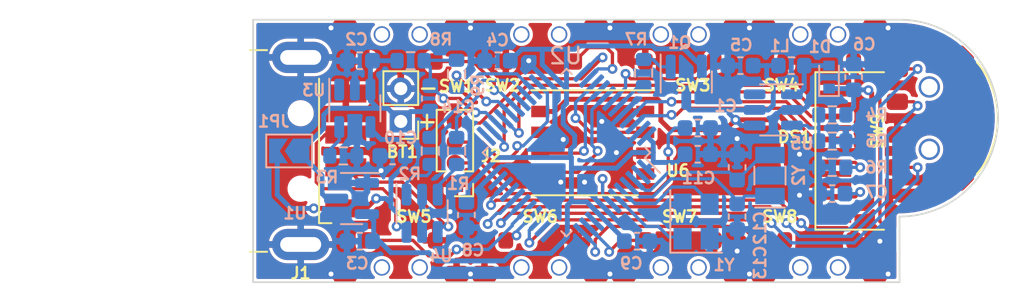
<source format=kicad_pcb>
(kicad_pcb (version 20211014) (generator pcbnew)
  (layers (0 "F.Cu" signal) (31 "B.Cu" signal) (34 "B.Paste" user) (35 "F.Paste" user) (36 "B.SilkS" user "B.Silkscreen") (37 "F.SilkS" user "F.Silkscreen") (38 "B.Mask" user) (39 "F.Mask" user) (44 "Edge.Cuts" user))
  (net 0 "")
  (net 1 "GND")
  (net 2 "+BATT")
  (net 3 "+3V0")
  (net 4 "+5V")
  (net 5 "VBUS")
  (net 6 "VPP")
  (net 7 "Net-(C7-Pad1)")
  (net 8 "Net-(D1-Pad2)")
  (net 9 "Net-(C12-Pad1)")
  (net 10 "Net-(R1-Pad1)")
  (net 11 "/USBS_N")
  (net 12 "Net-(R2-Pad1)")
  (net 13 "/USBS_P")
  (net 14 "Net-(R3-Pad1)")
  (net 15 "Net-(R4-Pad2)")
  (net 16 "Net-(DS1-Pad6)")
  (net 18 "Net-(C13-Pad1)")
  (net 20 "Net-(U2-Pad5)")
  (net 21 "Net-(U2-Pad6)")
  (net 26 "/OLED_RES")
  (net 27 "/OLED_DC")
  (net 28 "/SWCLK")
  (net 29 "/SWDIO")
  (net 30 "/SPI2_MOSI")
  (net 31 "/SPI2_CLK")
  (net 34 "/USB_N")
  (net 35 "/USB_P")
  (net 37 "Net-(Q1-Pad1)")
  (net 38 "/VBUS_EN")
  (net 39 "/SWITCH_1")
  (net 40 "/SWITCH_2")
  (net 41 "/SWITCH_3")
  (net 42 "/SWITCH_4")
  (net 43 "/SWITCH_5")
  (net 44 "/SWITCH_6")
  (net 45 "/SWITCH_7")
  (net 46 "/SWITCH_8")
  (net 47 "/JOY_CCW")
  (net 48 "/JOY_CW")
  (net 49 "/JOY_PUSH")
  (net 50 "/SPI1_CLK")
  (net 51 "/SPI1_MISO")
  (net 52 "/SPI1_MOSI")
  (net 55 "/BAT_ADC")
  (net 56 "/BAT_ADC_EN")
  (net 57 "/RST")
  (footprint "Button_Switch_SMD:TM-2023" (layer "F.Cu") (at 98.6125 120 -90)
    (fp_text reference "SW9")
    (fp_text value "TM-2023")
  )
  (footprint "Button_Switch_SMD:1TS002G26003500CT" (layer "F.Cu") (at 69 128.5)
    (fp_text reference "SW5")
    (fp_text value "SW_Push_with_GND")
  )
  (footprint "Button_Switch_SMD:1TS002G26003500CT" (layer "F.Cu") (at 77.5 128.5)
    (fp_text reference "SW6")
    (fp_text value "SW_Push_with_GND")
  )
  (footprint "Button_Switch_SMD:1TS002G26003500CT" (layer "F.Cu") (at 86 115.5 180)
    (fp_text reference "SW3")
    (fp_text value "SW_Push_with_GND")
  )
  (footprint "Connector_PinHeader_1.27mm:PinHeader_1x04_P1.27mm_Vertical" (layer "F.Cu") (at 72.3 124 180)
    (fp_text reference "J2")
    (fp_text value "Conn_01x04")
  )
  (footprint "Button_Switch_SMD:1TS002G26003500CT" (layer "F.Cu") (at 86 128.5)
    (fp_text reference "SW7")
    (fp_text value "SW_Push_with_GND")
  )
  (footprint "Button_Switch_SMD:1TS002G26003500CT" (layer "F.Cu") (at 94.5 128.5)
    (fp_text reference "SW8")
    (fp_text value "SW_Push_with_GND")
  )
  (footprint "Connector_USB:USB_A_CNCTech_1001-011-01101_Horizontal" (layer "F.Cu") (at 56 122 180)
    (fp_text reference "J1")
    (fp_text value "USB_A")
  )
  (footprint "Display:SH1107" (layer "F.Cu") (at 95.45 122 90)
    (fp_text reference "DS1")
    (fp_text value "SH1107")
  )
  (footprint "Button_Switch_SMD:1TS002G26003500CT" (layer "F.Cu") (at 69 115.5 180)
    (fp_text reference "SW1")
    (fp_text value "SW_Push_with_GND")
  )
  (footprint "Connector_PinHeader_2.00mm:PinHeader_1x02_P2.00mm_Vertical" (layer "F.Cu") (at 69 120.2 180)
    (fp_text reference "BT1")
    (fp_text value "LiPO")
  )
  (footprint "Button_Switch_SMD:1TS002G26003500CT" (layer "F.Cu") (at 77.5 115.5 180)
    (fp_text reference "SW2")
    (fp_text value "SW_Push_with_GND")
  )
  (footprint "Button_Switch_SMD:1TS002G26003500CT" (layer "F.Cu") (at 94.5 115.5 180)
    (fp_text reference "SW4")
    (fp_text value "SW_Push_with_GND")
  )
  (footprint "Package_LGA:LGA-8 (8x6)" (layer "F.Cu") (at 80.7 121.5 90)
    (fp_text reference "U6")
    (fp_text value "MKDV4GCL")
  )
  (footprint "Resistor_SMD:R_0603_1608Metric" (layer "B.Cu") (at 95.3 119.8 180)
    (fp_text reference "R4")
    (fp_text value "100K")
  )
  (footprint "Jumper:SolderJumper-2_P1.3mm_Open_TrianglePad1.0x1.5mm" (layer "B.Cu") (at 62.2 122 180)
    (fp_text reference "JP1")
    (fp_text value "SolderJumper_2_Open")
  )
  (footprint "Capacitor_SMD:C_0603_1608Metric" (layer "B.Cu") (at 89.7 116.8 180)
    (fp_text reference "C5")
    (fp_text value "10uF")
  )
  (footprint "Resistor_SMD:R_0603_1608Metric" (layer "B.Cu") (at 69.6 116.5 180)
    (fp_text reference "R8")
    (fp_text value "470K")
  )
  (footprint "Package_QFP:LQFP-48_7x7mm_P0.5mm" (layer "B.Cu") (at 79.1 122.1 135)
    (fp_text reference "U2")
    (fp_text value "STM32L151C8Tx")
  )
  (footprint "Capacitor_SMD:C_0603_1608Metric" (layer "B.Cu") (at 89.5 126 -90)
    (fp_text reference "C13")
    (fp_text value "22pF")
  )
  (footprint "Resistor_SMD:R_0603_1608Metric" (layer "B.Cu") (at 65.5 122.3)
    (fp_text reference "R3")
    (fp_text value "10K")
  )
  (footprint "Capacitor_SMD:C_0603_1608Metric" (layer "B.Cu") (at 74.9 116.5)
    (fp_text reference "C4")
    (fp_text value "100nF")
  )
  (footprint "Package_TO_SOT_SMD:SOT-23" (layer "B.Cu") (at 86.4 117.8 -90)
    (fp_text reference "Q1")
    (fp_text value "AO3401A")
  )
  (footprint "Capacitor_SMD:C_0603_1608Metric" (layer "B.Cu") (at 89.5 123 90)
    (fp_text reference "C12")
    (fp_text value "22pF")
  )
  (footprint "Resistor_SMD:R_0603_1608Metric" (layer "B.Cu") (at 70.8 122 -90)
    (fp_text reference "R2")
    (fp_text value "22R")
  )
  (footprint "Package_TO_SOT_SMD:SOT-23" (layer "B.Cu") (at 66 124.9 180)
    (fp_text reference "U1")
    (fp_text value "MCP1700")
  )
  (footprint "Capacitor_SMD:C_0603_1608Metric" (layer "B.Cu") (at 73 125.9 90)
    (fp_text reference "C8")
    (fp_text value "100nF")
  )
  (footprint "Capacitor_SMD:C_0603_1608Metric" (layer "B.Cu") (at 96.6 117.5 90)
    (fp_text reference "C6")
    (fp_text value "10uF")
  )
  (footprint "Resistor_SMD:R_0603_1608Metric" (layer "B.Cu") (at 72.4 122 -90)
    (fp_text reference "R1")
    (fp_text value "22R")
  )
  (footprint "Package_TO_SOT_SMD:TSOT-23-5" (layer "B.Cu") (at 66.2 119.4 -90)
    (fp_text reference "U3")
    (fp_text value "TP4054")
  )
  (footprint "Capacitor_SMD:C_0603_1608Metric" (layer "B.Cu") (at 70.8 118.8 -90)
    (fp_text reference "C14")
    (fp_text value "10uF")
  )
  (footprint "Package_TO_SOT_SMD:SOT-23-6" (layer "B.Cu") (at 91.7 119.5 180)
    (fp_text reference "U5")
    (fp_text value "MT3540")
  )
  (footprint "Package_TO_SOT_SMD:SOT-23-6" (layer "B.Cu") (at 70.3 125.8 -90)
    (fp_text reference "U4")
    (fp_text value "USBLC6")
  )
  (footprint "Capacitor_SMD:C_0603_1608Metric" (layer "B.Cu") (at 68.5 122.3 180)
    (fp_text reference "C10")
    (fp_text value "10uF")
  )
  (footprint "Capacitor_SMD:C_0603_1608Metric" (layer "B.Cu") (at 66.5 127.5 180)
    (fp_text reference "C3")
    (fp_text value "10uF")
  )
  (footprint "Oscillator:Oscillator_SMD_Abracon_ASE-4Pin_3.2x2.5mm" (layer "B.Cu") (at 87 126.3 90)
    (fp_text reference "Y1")
    (fp_text value "16 MHz")
  )
  (footprint "Capacitor_SMD:C_0603_1608Metric" (layer "B.Cu") (at 66.5 116.5 180)
    (fp_text reference "C2")
    (fp_text value "10uF")
  )
  (footprint "Inductor_SMD:L_0603_1608Metric" (layer "B.Cu") (at 92.8 116.8)
    (fp_text reference "L1")
    (fp_text value "4,7uH")
  )
  (footprint "Resistor_SMD:R_0603_1608Metric" (layer "B.Cu") (at 83.8 117.25 90)
    (fp_text reference "R7")
    (fp_text value "10K")
  )
  (footprint "Resistor_SMD:R_0603_1608Metric" (layer "B.Cu") (at 95.3 123)
    (fp_text reference "R6")
    (fp_text value "470K")
  )
  (footprint "Capacitor_SMD:C_0603_1608Metric" (layer "B.Cu") (at 83.4 127.5 180)
    (fp_text reference "C9")
    (fp_text value "100nF")
  )
  (footprint "Capacitor_SMD:C_0603_1608Metric" (layer "B.Cu") (at 95.3 124.6 180)
    (fp_text reference "C7")
    (fp_text value "10uF")
  )
  (footprint "Capacitor_SMD:C_0603_1608Metric" (layer "B.Cu") (at 87.1 120.6 180)
    (fp_text reference "C1")
    (fp_text value "100nF")
  )
  (footprint "Crystal:Crystal_SMD_EuroQuartz_EQ161-2Pin_3.2x1.5mm" (layer "B.Cu") (at 91.5 123.5 90)
    (fp_text reference "Y2")
    (fp_text value "32,7 kHz")
  )
  (footprint "Resistor_SMD:R_0603_1608Metric" (layer "B.Cu") (at 95.3 121.4)
    (fp_text reference "R5")
    (fp_text value "10K")
  )
  (footprint "Capacitor_SMD:C_0603_1608Metric" (layer "B.Cu") (at 87.1 122.2 180)
    (fp_text reference "C11")
    (fp_text value "100nF")
  )
  (footprint "Resistor_SMD:R_0603_1608Metric" (layer "B.Cu") (at 72.4 117.3 90)
    (fp_text reference "R9")
    (fp_text value "470K")
  )
  (footprint "Diode_SMD:D_SOD-523" (layer "B.Cu") (at 95.1 117.5 90)
    (fp_text reference "D1")
    (fp_text value "1N4148WT")
  )
  (gr_line (start 70.6 119.8) (end 70.6 120.65) (layer "F.SilkS") (width 0.15))
  (gr_line (start 70.3 118.2) (end 71.05 118.2) (layer "F.SilkS") (width 0.15))
  (gr_line (start 70.25 120.25) (end 71 120.25) (layer "F.SilkS") (width 0.15))
  (gr_line (start 60 130) (end 60 114) (layer "Edge.Cuts") (width 0.1))
  (gr_line (start 60 114) (end 99.4 114) (layer "Edge.Cuts") (width 0.1))
  (gr_line (start 99.4 130) (end 60 130) (layer "Edge.Cuts") (width 0.1))
  (gr_line (start 99.4 126) (end 99.4 130) (layer "Edge.Cuts") (width 0.1))
  (gr_arc (start 99.4 114) (mid 105.4 120) (end 99.4 126) (layer "Edge.Cuts") (width 0.1))
  (via (at 73.25 114.5) (size 0.6) (drill 0.3) (layers "F.Cu" "B.Cu") (net 1))
  (via (at 78.7505 123.9) (size 0.6) (drill 0.3) (layers "F.Cu" "B.Cu") (net 1))
  (via (at 89.5 128.1) (size 0.6) (drill 0.3) (layers "F.Cu" "B.Cu") (net 1))
  (via (at 67.8 123.2) (size 0.6) (drill 0.3) (layers "F.Cu" "B.Cu") (net 1))
  (via (at 80.2 123.9) (size 0.6) (drill 0.3) (layers "F.Cu" "B.Cu") (net 1))
  (via (at 82.140734 122.1) (size 0.6) (drill 0.3) (layers "F.Cu" "B.Cu") (net 1))
  (via (at 81.2495 120.2) (size 0.6) (drill 0.3) (layers "F.Cu" "B.Cu") (net 1))
  (via (at 72 125.7) (size 0.6) (drill 0.3) (layers "F.Cu" "B.Cu") (net 1))
  (via (at 64.75 114.5) (size 0.6) (drill 0.3) (layers "F.Cu" "B.Cu") (net 1))
  (via (at 98.7 129.5) (size 0.6) (drill 0.3) (layers "F.Cu" "B.Cu") (net 1))
  (via (at 93.3 124.7) (size 0.6) (drill 0.3) (layers "F.Cu" "B.Cu") (net 1))
  (via (at 98.7 114.5) (size 0.6) (drill 0.3) (layers "F.Cu" "B.Cu") (net 1))
  (via (at 81.75 114.5) (size 0.6) (drill 0.3) (layers "F.Cu" "B.Cu") (net 1))
  (via (at 73.25 129.5) (size 0.6) (drill 0.3) (layers "F.Cu" "B.Cu") (net 1))
  (via (at 98.2 127.5) (size 0.6) (drill 0.3) (layers "F.Cu" "B.Cu") (net 1))
  (via (at 78.9 121.3) (size 0.6) (drill 0.3) (layers "F.Cu" "B.Cu") (net 1))
  (via (at 90.25 114.5) (size 0.6) (drill 0.3) (layers "F.Cu" "B.Cu") (net 1))
  (via (at 81.75 129.5) (size 0.6) (drill 0.3) (layers "F.Cu" "B.Cu") (net 1))
  (via (at 93.3 122.2) (size 0.6) (drill 0.3) (layers "F.Cu" "B.Cu") (net 1))
  (via (at 64.75 129.5) (size 0.6) (drill 0.3) (layers "F.Cu" "B.Cu") (net 1))
  (via (at 90.25 129.5) (size 0.6) (drill 0.3) (layers "F.Cu" "B.Cu") (net 1))
  (via (at 89.5 121.25) (size 0.6) (drill 0.3) (layers "F.Cu" "B.Cu") (net 1))
  (via (at 76.8 116.5) (size 0.6) (drill 0.3) (layers "F.Cu" "B.Cu") (net 1))
  (segment (start 74.565678 123.451662) (end 75.11734 122.9) (width 0.2) (layer "B.Cu") (net 1))
  (segment (start 94.5 117.5) (end 95.749022 117.5) (width 0.3) (layer "B.Cu") (net 1))
  (segment (start 91.6 120.1) (end 91.6 120.9) (width 0.3) (layer "B.Cu") (net 1))
  (segment (start 91.6 120.9) (end 91.25 121.25) (width 0.3) (layer "B.Cu") (net 1))
  (segment (start 91.25 121.25) (end 89.5 121.25) (width 0.3) (layer "B.Cu") (net 1))
  (segment (start 75.11734 122.9) (end 77.7505 122.9) (width 0.2) (layer "B.Cu") (net 1))
  (segment (start 93.522862 119.5) (end 94.1 118.922862) (width 0.3) (layer "B.Cu") (net 1))
  (segment (start 77.7505 122.9) (end 78.7505 123.9) (width 0.2) (layer "B.Cu") (net 1))
  (segment (start 95.749022 117.5) (end 95.8 117.449022) (width 0.3) (layer "B.Cu") (net 1))
  (segment (start 92.2 119.5) (end 91.6 120.1) (width 0.3) (layer "B.Cu") (net 1))
  (segment (start 74.565678 123.452342) (end 74.565678 123.451662) (width 0.3) (layer "B.Cu") (net 1))
  (segment (start 95.8 117.449022) (end 95.8 116.9) (width 0.3) (layer "B.Cu") (net 1))
  (segment (start 94.1 117.9) (end 94.5 117.5) (width 0.3) (layer "B.Cu") (net 1))
  (segment (start 92.8375 119.5) (end 92.2 119.5) (width 0.3) (layer "B.Cu") (net 1))
  (segment (start 95.975 116.725) (end 96.6 116.725) (width 0.3) (layer "B.Cu") (net 1))
  (segment (start 95.8 116.9) (end 95.975 116.725) (width 0.3) (layer "B.Cu") (net 1))
  (segment (start 94.1 118.922862) (end 94.1 117.9) (width 0.3) (layer "B.Cu") (net 1))
  (segment (start 92.8375 119.5) (end 93.522862 119.5) (width 0.3) (layer "B.Cu") (net 1))
  (segment (start 64.7 119.4) (end 67.6 119.4) (width 0.3) (layer "B.Cu") (net 2))
  (segment (start 67.15 118.2625) (end 67.15 116.625) (width 0.3) (layer "B.Cu") (net 2))
  (segment (start 62.925 122) (end 62.925 122.225) (width 0.3) (layer "B.Cu") (net 2))
  (segment (start 68.2 119.4) (end 67.6 119.4) (width 0.3) (layer "B.Cu") (net 2))
  (segment (start 70.775 119.6) (end 70.8 119.575) (width 0.3) (layer "B.Cu") (net 2))
  (segment (start 64.3 119.8) (end 64.7 119.4) (width 0.3) (layer "B.Cu") (net 2))
  (segment (start 67.6 119.4) (end 67.15 118.95) (width 0.3) (layer "B.Cu") (net 2))
  (segment (start 64.2 124.6) (end 64.5 124.9) (width 0.3) (layer "B.Cu") (net 2))
  (segment (start 67.275 116.5) (end 68.775 116.5) (width 0.3) (layer "B.Cu") (net 2))
  (segment (start 69 120.2) (end 69.6 119.6) (width 0.3) (layer "B.Cu") (net 2))
  (segment (start 62.925 122) (end 64.3 120.625) (width 0.3) (layer "B.Cu") (net 2))
  (segment (start 64.2 123.5) (end 64.2 124.6) (width 0.3) (layer "B.Cu") (net 2))
  (segment (start 64.5 124.9) (end 65.0625 124.9) (width 0.3) (layer "B.Cu") (net 2))
  (segment (start 67.15 116.625) (end 67.275 116.5) (width 0.3) (layer "B.Cu") (net 2))
  (segment (start 64.3 120.625) (end 64.3 119.8) (width 0.3) (layer "B.Cu") (net 2))
  (segment (start 69.6 119.6) (end 70.775 119.6) (width 0.3) (layer "B.Cu") (net 2))
  (segment (start 67.15 118.95) (end 67.15 118.2625) (width 0.3) (layer "B.Cu") (net 2))
  (segment (start 69 120.2) (end 68.2 119.4) (width 0.3) (layer "B.Cu") (net 2))
  (segment (start 62.925 122.225) (end 64.2 123.5) (width 0.3) (layer "B.Cu") (net 2))
  (segment (start 79.8 115.6) (end 84.35 115.6) (width 0.3) (layer "B.Cu") (net 3))
  (segment (start 67.35 126.2625) (end 67.35 127.425) (width 0.3) (layer "B.Cu") (net 3))
  (segment (start 71.2 128.7) (end 75.3 128.7) (width 0.3) (layer "B.Cu") (net 3))
  (segment (start 68.4 128.2) (end 70.7 128.2) (width 0.3) (layer "B.Cu") (net 3))
  (segment (start 70.7 128.2) (end 71.2 128.7) (width 0.3) (layer "B.Cu") (net 3))
  (segment (start 67.275 127.5) (end 67.7 127.5) (width 0.3) (layer "B.Cu") (net 3))
  (segment (start 86.325 122.2) (end 85.825 122.7) (width 0.3) (layer "B.Cu") (net 3))
  (segment (start 77.6 115.8) (end 79.1 115.8) (width 0.3) (layer "B.Cu") (net 3))
  (segment (start 79.1 118.210912) (end 79.1 115.8) (width 0.3) (layer "B.Cu") (net 3))
  (segment (start 79.6 121.05) (end 79.6 121.64557) (width 0.3) (layer "B.Cu") (net 3))
  (segment (start 75.3 128.7) (end 75.8 128.2) (width 0.3) (layer "B.Cu") (net 3))
  (segment (start 84.386664 122.7) (end 83.987876 123.098788) (width 0.3) (layer "B.Cu") (net 3))
  (segment (start 79.6 121.64557) (end 79.35 121.89557) (width 0.3) (layer "B.Cu") (net 3))
  (segment (start 84.386664 121.5) (end 83.987876 121.101212) (width 0.3) (layer "B.Cu") (net 3))
  (segment (start 66.9375 125.85) (end 67.35 126.2625) (width 0.3) (layer "B.Cu") (net 3))
  (segment (start 76.522657 128.2) (end 76.565374 128.242717) (width 0.3) (layer "B.Cu") (net 3))
  (segment (start 78.100532 117.212124) (end 77.62452 116.736112) (width 0.3) (layer "B.Cu") (net 3))
  (segment (start 84.52548 115.77548) (end 86.26298 115.77548) (width 0.3) (layer "B.Cu") (net 3))
  (segment (start 82.625 127.392766) (end 82.625 127.5) (width 0.3) (layer "B.Cu") (net 3))
  (segment (start 81.159449 125.927215) (end 82.625 127.392766) (width 0.3) (layer "B.Cu") (net 3))
  (segment (start 82.150489 123.049511) (end 79.4 123.049511) (width 0.3) (layer "B.Cu") (net 3))
  (segment (start 79.152778 125.314988) (end 79.4 125.067766) (width 0.3) (layer "B.Cu") (net 3))
  (segment (start 77.62452 116.736112) (end 77.62452 115.82452) (width 0.3) (layer "B.Cu") (net 3))
  (segment (start 84.386664 122.086664) (end 84.386664 121.5) (width 0.3) (layer "B.Cu") (net 3))
  (segment (start 79.1 115.8) (end 79.6 115.8) (width 0.3) (layer "B.Cu") (net 3))
  (segment (start 79.6 115.8) (end 79.8 115.6) (width 0.3) (layer "B.Cu") (net 3))
  (segment (start 73.1 124.210912) (end 73.1 125.325) (width 0.3) (layer "B.Cu") (net 3))
  (segment (start 84.35 115.6) (end 84.52548 115.77548) (width 0.3) (layer "B.Cu") (net 3))
  (segment (start 79.152778 127.247222) (end 79.152778 125.314988) (width 0.3) (layer "B.Cu") (net 3))
  (segment (start 83.1 122.1) (end 82.150489 123.049511) (width 0.3) (layer "B.Cu") (net 3))
  (segment (start 79.1 118.210912) (end 79.1 119.1) (width 0.3) (layer "B.Cu") (net 3))
  (segment (start 79.3 122.4) (end 74.9 122.4) (width 0.3) (layer "B.Cu") (net 3))
  (segment (start 85.825 122.7) (end 84.386664 122.7) (width 0.3) (layer "B.Cu") (net 3))
  (segment (start 78.9 119.3) (end 78.9 120.35) (width 0.3) (layer "B.Cu") (net 3))
  (segment (start 79.35 122.35) (end 79.3 122.4) (width 0.3) (layer "B.Cu") (net 3))
  (segment (start 74.212124 123.087876) (end 74.212124 123.098788) (width 0.3) (layer "B.Cu") (net 3))
  (segment (start 84.386664 122.7) (end 84.386664 122.086664) (width 0.3) (layer "B.Cu") (net 3))
  (segment (start 67.35 127.425) (end 67.275 127.5) (width 0.3) (layer "B.Cu") (net 3))
  (segment (start 75.675 116.5) (end 76.375 115.8) (width 0.3) (layer "B.Cu") (net 3))
  (segment (start 74.9 122.4) (end 74.212124 123.087876) (width 0.3) (layer "B.Cu") (net 3))
  (segment (start 78.9 120.35) (end 79.6 121.05) (width 0.3) (layer "B.Cu") (net 3))
  (segment (start 76.565374 128.242717) (end 78.157283 128.242717) (width 0.3) (layer "B.Cu") (net 3))
  (segment (start 74.212124 123.098788) (end 73.1 124.210912) (width 0.3) (layer "B.Cu") (net 3))
  (segment (start 79.4 125.067766) (end 79.4 122.4) (width 0.3) (layer "B.Cu") (net 3))
  (segment (start 75.8 128.2) (end 76.522657 128.2) (width 0.3) (layer "B.Cu") (net 3))
  (segment (start 79.1 119.1) (end 78.9 119.3) (width 0.3) (layer "B.Cu") (net 3))
  (segment (start 78.101212 117.212124) (end 79.1 118.210912) (width 0.3) (layer "B.Cu") (net 3))
  (segment (start 78.101212 117.212124) (end 78.100532 117.212124) (width 0.3) (layer "B.Cu") (net 3))
  (segment (start 83.1 122.1) (end 84.373328 122.1) (width 0.3) (layer "B.Cu") (net 3))
  (segment (start 84.373328 122.1) (end 84.386664 122.086664) (width 0.3) (layer "B.Cu") (net 3))
  (segment (start 77.62452 115.82452) (end 77.6 115.8) (width 0.3) (layer "B.Cu") (net 3))
  (segment (start 86.26298 115.77548) (end 87.35 116.8625) (width 0.3) (layer "B.Cu") (net 3))
  (segment (start 78.157283 128.242717) (end 79.152778 127.247222) (width 0.3) (layer "B.Cu") (net 3))
  (segment (start 79.152778 125.314988) (end 79.367766 125.1) (width 0.3) (layer "B.Cu") (net 3))
  (segment (start 76.375 115.8) (end 77.6 115.8) (width 0.3) (layer "B.Cu") (net 3))
  (segment (start 79.4 122.4) (end 79.35 122.35) (width 0.3) (layer "B.Cu") (net 3))
  (segment (start 80.332234 125.1) (end 81.159449 125.927215) (width 0.3) (layer "B.Cu") (net 3))
  (segment (start 67.7 127.5) (end 68.4 128.2) (width 0.3) (layer "B.Cu") (net 3))
  (segment (start 79.367766 125.1) (end 80.332234 125.1) (width 0.3) (layer "B.Cu") (net 3))
  (segment (start 79.35 121.89557) (end 79.35 122.35) (width 0.3) (layer "B.Cu") (net 3))
  (segment (start 65.65 125.5) (end 66.9 125.5) (width 0.3) (layer "F.Cu") (net 4))
  (segment (start 65.65 125.5) (end 63.7 125.5) (width 0.3) (layer "F.Cu") (net 4))
  (segment (start 66.9 125.5) (end 67.5 124.9) (width 0.3) (layer "F.Cu") (net 4))
  (via (at 63.7 125.5) (size 0.6) (drill 0.3) (layers "F.Cu" "B.Cu") (net 4))
  (via (at 67.5 124.9) (size 0.6) (drill 0.3) (layers "F.Cu" "B.Cu") (net 4))
  (segment (start 70.3 126.9375) (end 70.3 126.3) (width 0.3) (layer "B.Cu") (net 4))
  (segment (start 67.15 120.65) (end 67.8 121.3) (width 0.3) (layer "B.Cu") (net 4))
  (segment (start 69.8 125.8) (end 68.8 125.8) (width 0.3) (layer "B.Cu") (net 4))
  (segment (start 68.4 125.2) (end 68.4 123.7) (width 0.3) (layer "B.Cu") (net 4))
  (segment (start 67.15 120.5375) (end 67.15 120.65) (width 0.3) (layer "B.Cu") (net 4))
  (segment (start 68.4 125.4) (end 68.4 125.2) (width 0.3) (layer "B.Cu") (net 4))
  (segment (start 68.4 123.7) (end 69.275 122.825) (width 0.3) (layer "B.Cu") (net 4))
  (segment (start 69.275 122.825) (end 69.275 122.3) (width 0.3) (layer "B.Cu") (net 4))
  (segment (start 67.8 121.3) (end 68.8 121.3) (width 0.3) (layer "B.Cu") (net 4))
  (segment (start 68.8 121.3) (end 69.275 121.775) (width 0.3) (layer "B.Cu") (net 4))
  (segment (start 70.3 126.3) (end 69.8 125.8) (width 0.3) (layer "B.Cu") (net 4))
  (segment (start 68.8 125.8) (end 68.4 125.4) (width 0.3) (layer "B.Cu") (net 4))
  (segment (start 61.475 124.675) (end 62.3 125.5) (width 0.3) (layer "B.Cu") (net 4))
  (segment (start 68.4 125.2) (end 68.1 124.9) (width 0.3) (layer "B.Cu") (net 4))
  (segment (start 69.275 121.775) (end 69.275 122.3) (width 0.3) (layer "B.Cu") (net 4))
  (segment (start 62.3 125.5) (end 63.7 125.5) (width 0.3) (layer "B.Cu") (net 4))
  (segment (start 68.1 124.9) (end 67.5 124.9) (width 0.3) (layer "B.Cu") (net 4))
  (segment (start 61.475 122) (end 61.475 124.675) (width 0.3) (layer "B.Cu") (net 4))
  (segment (start 84.850489 120.150489) (end 84.850489 119.050489) (width 0.3) (layer "F.Cu") (net 5))
  (segment (start 92.5 121) (end 92.5 122.8) (width 0.3) (layer "F.Cu") (net 5))
  (segment (start 92.5 122.8) (end 93.8 124.1) (width 0.3) (layer "F.Cu") (net 5))
  (segment (start 84.850489 119.050489) (end 84.64952 118.84952) (width 0.3) (layer "F.Cu") (net 5))
  (segment (start 88.8 120.7) (end 85.4 120.7) (width 0.3) (layer "F.Cu") (net 5))
  (segment (start 89.4 120.1) (end 91.6 120.1) (width 0.3) (layer "F.Cu") (net 5))
  (segment (start 79.144052 118.84952) (end 78.398572 119.595) (width 0.3) (layer "F.Cu") (net 5))
  (segment (start 91.6 120.1) (end 92.5 121) (width 0.3) (layer "F.Cu") (net 5))
  (segment (start 93.8 124.1) (end 95.45 124.1) (width 0.3) (layer "F.Cu") (net 5))
  (segment (start 78.398572 119.595) (end 77.1 119.595) (width 0.3) (layer "F.Cu") (net 5))
  (segment (start 89.4 120.1) (end 88.8 120.7) (width 0.3) (layer "F.Cu") (net 5))
  (segment (start 85.4 120.7) (end 84.850489 120.150489) (width 0.3) (layer "F.Cu") (net 5))
  (segment (start 84.64952 118.84952) (end 79.144052 118.84952) (width 0.3) (layer "F.Cu") (net 5))
  (via (at 89.4 120.1) (size 0.6) (drill 0.3) (layers "F.Cu" "B.Cu") (net 5))
  (segment (start 91.3 116.8) (end 92.0125 116.8) (width 0.3) (layer "B.Cu") (net 5))
  (segment (start 86.4 119.3) (end 86.6 119.5) (width 0.3) (layer "B.Cu") (net 5))
  (segment (start 91.7 117.9) (end 91.7 119.2) (width 0.3) (layer "B.Cu") (net 5))
  (segment (start 90.5625 120.45) (end 89.75 120.45) (width 0.3) (layer "B.Cu") (net 5))
  (segment (start 89.75 120.45) (end 89 119.7) (width 0.3) (layer "B.Cu") (net 5))
  (segment (start 86.6 119.5) (end 90.5625 119.5) (width 0.3) (layer "B.Cu") (net 5))
  (segment (start 91.7 119.2) (end 91.4 119.5) (width 0.3) (layer "B.Cu") (net 5))
  (segment (start 91.3 116.8) (end 91.3 117.5) (width 0.3) (layer "B.Cu") (net 5))
  (segment (start 91.3 117.5) (end 91.7 117.9) (width 0.3) (layer "B.Cu") (net 5))
  (segment (start 91.4 119.5) (end 90.5625 119.5) (width 0.3) (layer "B.Cu") (net 5))
  (segment (start 90.475 116.8) (end 91.3 116.8) (width 0.3) (layer "B.Cu") (net 5))
  (segment (start 86.4 118.7375) (end 86.4 119.3) (width 0.3) (layer "B.Cu") (net 5))
  (segment (start 97.5 118.3) (end 97.7 118.5) (width 0.3) (layer "F.Cu") (net 6))
  (segment (start 97.3 125.5) (end 95.45 125.5) (width 0.3) (layer "F.Cu") (net 6))
  (segment (start 97.7 118.5) (end 97.7 125.1) (width 0.3) (layer "F.Cu") (net 6))
  (segment (start 97.7 125.1) (end 97.3 125.5) (width 0.3) (layer "F.Cu") (net 6))
  (via (at 97.5 118.3) (size 0.6) (drill 0.3) (layers "F.Cu" "B.Cu") (net 6))
  (segment (start 95.1 118.2) (end 96.525 118.2) (width 0.3) (layer "B.Cu") (net 6))
  (segment (start 96.6 119.325) (end 96.125 119.8) (width 0.3) (layer "B.Cu") (net 6))
  (segment (start 96.6 118.275) (end 96.6 119.325) (width 0.3) (layer "B.Cu") (net 6))
  (segment (start 96.525 118.2) (end 96.6 118.275) (width 0.3) (layer "B.Cu") (net 6))
  (segment (start 97.475 118.275) (end 96.6 118.275) (width 0.3) (layer "B.Cu") (net 6))
  (segment (start 97.5 118.3) (end 97.475 118.275) (width 0.3) (layer "B.Cu") (net 6))
  (segment (start 97 124.5) (end 96.7 124.8) (width 0.2) (layer "F.Cu") (net 7))
  (segment (start 96.7 124.8) (end 95.45 124.8) (width 0.2) (layer "F.Cu") (net 7))
  (via (at 97 124.5) (size 0.6) (drill 0.3) (layers "F.Cu" "B.Cu") (net 7))
  (segment (start 97 124.5) (end 96.9 124.6) (width 0.2) (layer "B.Cu") (net 7))
  (segment (start 96.9 124.6) (end 96.075 124.6) (width 0.2) (layer "B.Cu") (net 7))
  (segment (start 93.5875 118.2125) (end 93.25 118.55) (width 0.3) (layer "B.Cu") (net 8))
  (segment (start 93.5875 116.8) (end 95.1 116.8) (width 0.3) (layer "B.Cu") (net 8))
  (segment (start 93.5875 116.8) (end 93.5875 118.2125) (width 0.3) (layer "B.Cu") (net 8))
  (segment (start 93.25 118.55) (end 92.8375 118.55) (width 0.3) (layer "B.Cu") (net 8))
  (segment (start 91.025 122.25) (end 89.5 123.775) (width 0.2) (layer "B.Cu") (net 9))
  (segment (start 91.5 122.25) (end 91.025 122.25) (width 0.2) (layer "B.Cu") (net 9))
  (segment (start 85.30048 123.3) (end 84.20048 124.4) (width 0.2) (layer "B.Cu") (net 9))
  (segment (start 89.025 123.3) (end 85.30048 123.3) (width 0.2) (layer "B.Cu") (net 9))
  (segment (start 84.20048 124.4) (end 83.9 124.4) (width 0.2) (layer "B.Cu") (net 9))
  (segment (start 89.5 123.775) (end 89.025 123.3) (width 0.2) (layer "B.Cu") (net 9))
  (segment (start 83.305895 123.805895) (end 83.280769 123.805895) (width 0.2) (layer "B.Cu") (net 9))
  (segment (start 83.9 124.4) (end 83.305895 123.805895) (width 0.2) (layer "B.Cu") (net 9))
  (segment (start 75.76066 117.7) (end 76.686998 118.626338) (width 0.2) (layer "B.Cu") (net 10))
  (segment (start 72.4 121.175) (end 72.4 119.965006) (width 0.2) (layer "B.Cu") (net 10))
  (segment (start 72.4 119.965006) (end 73.69952 118.665486) (width 0.2) (layer "B.Cu") (net 10))
  (segment (start 74 117.7) (end 75.76066 117.7) (width 0.2) (layer "B.Cu") (net 10))
  (segment (start 73.69952 118.00048) (end 74 117.7) (width 0.2) (layer "B.Cu") (net 10))
  (segment (start 73.69952 118.665486) (end 73.69952 118.00048) (width 0.2) (layer "B.Cu") (net 10))
  (segment (start 71.25 124.15) (end 72.4 123) (width 0.2) (layer "B.Cu") (net 11))
  (segment (start 71.25 124.6625) (end 71.25 124.15) (width 0.2) (layer "B.Cu") (net 11))
  (segment (start 72.4 123) (end 72.4 122.825) (width 0.2) (layer "B.Cu") (net 11))
  (segment (start 70.8 121.175) (end 70.8 121) (width 0.2) (layer "B.Cu") (net 12))
  (segment (start 73.3 118.5) (end 73.3 117.8) (width 0.2) (layer "B.Cu") (net 12))
  (segment (start 73.3 117.8) (end 73.8 117.3) (width 0.2) (layer "B.Cu") (net 12))
  (segment (start 70.8 121) (end 73.3 118.5) (width 0.2) (layer "B.Cu") (net 12))
  (segment (start 73.8 117.3) (end 76.067766 117.3) (width 0.2) (layer "B.Cu") (net 12))
  (segment (start 76.067766 117.3) (end 77.040551 118.272785) (width 0.2) (layer "B.Cu") (net 12))
  (segment (start 70.6 123.5) (end 70.8 123.3) (width 0.2) (layer "B.Cu") (net 13))
  (segment (start 69.8 123.5) (end 70.6 123.5) (width 0.2) (layer "B.Cu") (net 13))
  (segment (start 69.35 123.95) (end 69.8 123.5) (width 0.2) (layer "B.Cu") (net 13))
  (segment (start 70.8 123.3) (end 70.8 122.825) (width 0.2) (layer "B.Cu") (net 13))
  (segment (start 69.35 124.6625) (end 69.35 123.95) (width 0.2) (layer "B.Cu") (net 13))
  (segment (start 65.25 121.35) (end 65.25 120.5375) (width 0.2) (layer "B.Cu") (net 14))
  (segment (start 64.675 122.3) (end 64.675 121.925) (width 0.2) (layer "B.Cu") (net 14))
  (segment (start 64.675 121.925) (end 65.25 121.35) (width 0.2) (layer "B.Cu") (net 14))
  (segment (start 93.75 120.45) (end 93.9 120.6) (width 0.2) (layer "B.Cu") (net 15))
  (segment (start 94.475 121.4) (end 94.475 120.625) (width 0.2) (layer "B.Cu") (net 15))
  (segment (start 92.8375 120.45) (end 93.75 120.45) (width 0.2) (layer "B.Cu") (net 15))
  (segment (start 93.9 120.6) (end 94.4 120.6) (width 0.2) (layer "B.Cu") (net 15))
  (segment (start 94.475 120.625) (end 94.475 120.525) (width 0.2) (layer "B.Cu") (net 15))
  (segment (start 94.475 120.525) (end 94.475 119.8) (width 0.2) (layer "B.Cu") (net 15))
  (segment (start 94.4 120.6) (end 94.475 120.525) (width 0.2) (layer "B.Cu") (net 15))
  (segment (start 97 123) (end 96.7 122.7) (width 0.2) (layer "F.Cu") (net 16))
  (segment (start 96.7 122.7) (end 95.45 122.7) (width 0.2) (layer "F.Cu") (net 16))
  (via (at 97 123) (size 0.6) (drill 0.3) (layers "F.Cu" "B.Cu") (net 16))
  (segment (start 97 123) (end 96.125 123) (width 0.2) (layer "B.Cu") (net 16))
  (segment (start 88.174022 123.7) (end 89.5 125.025978) (width 0.2) (layer "B.Cu") (net 18))
  (segment (start 85.465486 123.7) (end 88.174022 123.7) (width 0.2) (layer "B.Cu") (net 18))
  (segment (start 82.927215 124.159449) (end 83.567766 124.8) (width 0.2) (layer "B.Cu") (net 18))
  (segment (start 89.975 124.75) (end 89.5 125.225) (width 0.2) (layer "B.Cu") (net 18))
  (segment (start 89.5 125.025978) (end 89.5 125.225) (width 0.2) (layer "B.Cu") (net 18))
  (segment (start 91.5 124.75) (end 89.975 124.75) (width 0.2) (layer "B.Cu") (net 18))
  (segment (start 83.567766 124.8) (end 84.365486 124.8) (width 0.2) (layer "B.Cu") (net 18))
  (segment (start 84.365486 124.8) (end 85.465486 123.7) (width 0.2) (layer "B.Cu") (net 18))
  (segment (start 87.625 125.15) (end 87.625 125.25) (width 0.2) (layer "B.Cu") (net 20))
  (segment (start 84.530973 125.199519) (end 85.530972 124.19952) (width 0.2) (layer "B.Cu") (net 20))
  (segment (start 85.530972 124.19952) (end 86.88702 124.19952) (width 0.2) (layer "B.Cu") (net 20))
  (segment (start 87.825 125.1375) (end 87.825 125.25) (width 0.2) (layer "B.Cu") (net 20))
  (segment (start 83.260179 125.199519) (end 84.530973 125.199519) (width 0.2) (layer "B.Cu") (net 20))
  (segment (start 86.88702 124.19952) (end 87.825 125.1375) (width 0.2) (layer "B.Cu") (net 20))
  (segment (start 82.573662 124.513002) (end 83.260179 125.199519) (width 0.2) (layer "B.Cu") (net 20))
  (segment (start 84.7 126.6) (end 85.35 127.25) (width 0.2) (layer "B.Cu") (net 21))
  (segment (start 82.220109 124.866555) (end 83.953554 126.6) (width 0.2) (layer "B.Cu") (net 21))
  (segment (start 85.35 127.25) (end 85.975 127.25) (width 0.2) (layer "B.Cu") (net 21))
  (segment (start 83.953554 126.6) (end 84.7 126.6) (width 0.2) (layer "B.Cu") (net 21))
  (segment (start 94.2 121.3) (end 95.45 121.3) (width 0.2) (layer "F.Cu") (net 26))
  (segment (start 92.3 119.4) (end 94.2 121.3) (width 0.2) (layer "F.Cu") (net 26))
  (segment (start 85.5 119.799003) (end 85.800997 119.799003) (width 0.2) (layer "F.Cu") (net 26))
  (segment (start 86.2 119.4) (end 92.3 119.4) (width 0.2) (layer "F.Cu") (net 26))
  (segment (start 85.800997 119.799003) (end 86.2 119.4) (width 0.2) (layer "F.Cu") (net 26))
  (via (at 85.5 119.799003) (size 0.6) (drill 0.3) (layers "F.Cu" "B.Cu") (net 26))
  (segment (start 85.447356 119.851647) (end 83.823227 119.851647) (width 0.2) (layer "B.Cu") (net 26))
  (segment (start 85.5 119.799003) (end 85.447356 119.851647) (width 0.2) (layer "B.Cu") (net 26))
  (segment (start 83.823227 119.851647) (end 83.280769 120.394105) (width 0.2) (layer "B.Cu") (net 26))
  (segment (start 85.5 118.9995) (end 85.5005 119) (width 0.2) (layer "F.Cu") (net 27))
  (segment (start 92.5 119) (end 94.1 120.6) (width 0.2) (layer "F.Cu") (net 27))
  (segment (start 85.5005 119) (end 92.5 119) (width 0.2) (layer "F.Cu") (net 27))
  (segment (start 94.1 120.6) (end 95.45 120.6) (width 0.2) (layer "F.Cu") (net 27))
  (via (at 85.5 118.9995) (size 0.6) (drill 0.3) (layers "F.Cu" "B.Cu") (net 27))
  (segment (start 83.968266 118.9995) (end 82.927215 120.040551) (width 0.2) (layer "B.Cu") (net 27))
  (segment (start 85.5 118.9995) (end 83.968266 118.9995) (width 0.2) (layer "B.Cu") (net 27))
  (segment (start 80 117.6) (end 76.534994 117.6) (width 0.2) (layer "F.Cu") (net 28))
  (segment (start 73.834994 120.3) (end 72.41 120.3) (width 0.2) (layer "F.Cu") (net 28))
  (segment (start 81.3 116.3) (end 80 117.6) (width 0.2) (layer "F.Cu") (net 28))
  (segment (start 72.41 120.3) (end 72.3 120.19) (width 0.2) (layer "F.Cu") (net 28))
  (segment (start 76.534994 117.6) (end 73.834994 120.3) (width 0.2) (layer "F.Cu") (net 28))
  (via (at 81.3 116.3) (size 0.6) (drill 0.3) (layers "F.Cu" "B.Cu") (net 28))
  (segment (start 81.010912 116.3) (end 80.098788 117.212124) (width 0.2) (layer "B.Cu") (net 28))
  (segment (start 81.3 116.3) (end 81.010912 116.3) (width 0.2) (layer "B.Cu") (net 28))
  (segment (start 74.9 122.4) (end 73.96 121.46) (width 0.2) (layer "F.Cu") (net 29))
  (segment (start 76.097423 122.002577) (end 75.7 122.4) (width 0.2) (layer "F.Cu") (net 29))
  (segment (start 75.7 122.4) (end 74.9 122.4) (width 0.2) (layer "F.Cu") (net 29))
  (segment (start 73.96 121.46) (end 72.3 121.46) (width 0.2) (layer "F.Cu") (net 29))
  (segment (start 76.097423 121.692895) (end 76.097423 122.002577) (width 0.2) (layer "F.Cu") (net 29))
  (via (at 76.097423 121.692895) (size 0.6) (drill 0.3) (layers "F.Cu" "B.Cu") (net 29))
  (segment (start 76.454943 121.692895) (end 77.936562 120.211276) (width 0.2) (layer "B.Cu") (net 29))
  (segment (start 76.097423 121.692895) (end 76.454943 121.692895) (width 0.2) (layer "B.Cu") (net 29))
  (segment (start 77.936562 120.211276) (end 77.936562 118.461688) (width 0.2) (layer "B.Cu") (net 29))
  (segment (start 77.936562 118.461688) (end 77.394105 117.919231) (width 0.2) (layer "B.Cu") (net 29))
  (segment (start 76.2 119.1) (end 76.9 118.4) (width 0.2) (layer "F.Cu") (net 30))
  (segment (start 76.2 120.9) (end 76.2 119.1) (width 0.2) (layer "F.Cu") (net 30))
  (segment (start 76.9 118.4) (end 92.5 118.4) (width 0.2) (layer "F.Cu") (net 30))
  (segment (start 94 119.9) (end 95.45 119.9) (width 0.2) (layer "F.Cu") (net 30))
  (segment (start 92.5 118.4) (end 94 119.9) (width 0.2) (layer "F.Cu") (net 30))
  (via (at 76.2 120.9) (size 0.6) (drill 0.3) (layers "F.Cu" "B.Cu") (net 30))
  (segment (start 76.132234 120.9) (end 75.272785 120.040551) (width 0.2) (layer "B.Cu") (net 30))
  (segment (start 76.2 120.9) (end 76.132234 120.9) (width 0.2) (layer "B.Cu") (net 30))
  (segment (start 75.3 121.7505) (end 75.3 119.4) (width 0.2) (layer "F.Cu") (net 31))
  (segment (start 93.9 119.2) (end 95.45 119.2) (width 0.2) (layer "F.Cu") (net 31))
  (segment (start 92.70048 118.00048) (end 93.9 119.2) (width 0.2) (layer "F.Cu") (net 31))
  (segment (start 76.69952 118.00048) (end 92.70048 118.00048) (width 0.2) (layer "F.Cu") (net 31))
  (segment (start 75.3 119.4) (end 76.69952 118.00048) (width 0.2) (layer "F.Cu") (net 31))
  (via (at 75.3 121.7505) (size 0.6) (drill 0.3) (layers "F.Cu" "B.Cu") (net 31))
  (segment (start 75.3 121.48198) (end 74.565678 120.747658) (width 0.2) (layer "B.Cu") (net 31))
  (segment (start 75.3 121.7505) (end 75.3 121.48198) (width 0.2) (layer "B.Cu") (net 31))
  (segment (start 66.55 123.9) (end 65.65 123) (width 0.2) (layer "F.Cu") (net 34))
  (segment (start 69.1 123.9) (end 66.55 123.9) (width 0.2) (layer "F.Cu") (net 34))
  (segment (start 71.8 126.6) (end 69.1 123.9) (width 0.2) (layer "F.Cu") (net 34))
  (segment (start 71.9005 126.6) (end 71.8 126.6) (width 0.2) (layer "F.Cu") (net 34))
  (via (at 71.9005 126.6) (size 0.6) (drill 0.3) (layers "F.Cu" "B.Cu") (net 34))
  (segment (start 71.9005 126.6) (end 71.5875 126.6) (width 0.2) (layer "B.Cu") (net 34))
  (segment (start 71.5875 126.6) (end 71.25 126.9375) (width 0.2) (layer "B.Cu") (net 34))
  (segment (start 63.85 121.55) (end 64.4 121) (width 0.2) (layer "F.Cu") (net 35))
  (segment (start 64.25 124.3) (end 63.85 123.9) (width 0.2) (layer "F.Cu") (net 35))
  (segment (start 64.4 121) (end 65.65 121) (width 0.2) (layer "F.Cu") (net 35))
  (segment (start 67.9 124.3) (end 64.25 124.3) (width 0.2) (layer "F.Cu") (net 35))
  (segment (start 68.7 126.55) (end 68.7 125.1) (width 0.2) (layer "F.Cu") (net 35))
  (segment (start 63.85 123.9) (end 63.85 121.55) (width 0.2) (layer "F.Cu") (net 35))
  (segment (start 68.75 126.6) (end 68.7 126.55) (width 0.2) (layer "F.Cu") (net 35))
  (segment (start 68.7 125.1) (end 67.9 124.3) (width 0.2) (layer "F.Cu") (net 35))
  (via (at 68.75 126.6) (size 0.6) (drill 0.3) (layers "F.Cu" "B.Cu") (net 35))
  (segment (start 69.0125 126.6) (end 69.35 126.9375) (width 0.2) (layer "B.Cu") (net 35))
  (segment (start 68.75 126.6) (end 69.0125 126.6) (width 0.2) (layer "B.Cu") (net 35))
  (segment (start 84.375 116.425) (end 83.8 116.425) (width 0.2) (layer "B.Cu") (net 37))
  (segment (start 84.8125 116.8625) (end 84.375 116.425) (width 0.2) (layer "B.Cu") (net 37))
  (segment (start 85.45 116.8625) (end 84.8125 116.8625) (width 0.2) (layer "B.Cu") (net 37))
  (segment (start 83.8 118.075) (end 83.478554 118.075) (width 0.2) (layer "B.Cu") (net 38))
  (segment (start 83.478554 118.075) (end 82.220109 119.333445) (width 0.2) (layer "B.Cu") (net 38))
  (segment (start 74.7 118.3) (end 74.7 117.852162) (width 0.2) (layer "F.Cu") (net 39))
  (segment (start 74.7 117.852162) (end 73.397838 116.55) (width 0.2) (layer "F.Cu") (net 39))
  (segment (start 73.397838 116.55) (end 71.1 116.55) (width 0.2) (layer "F.Cu") (net 39))
  (via (at 74.7 118.3) (size 0.6) (drill 0.3) (layers "F.Cu" "B.Cu") (net 39))
  (segment (start 74.7 118.3) (end 74.946446 118.3) (width 0.2) (layer "B.Cu") (net 39))
  (segment (start 74.946446 118.3) (end 75.979891 119.333445) (width 0.2) (layer "B.Cu") (net 39))
  (segment (start 81.9 117) (end 81.9 116.052162) (width 0.2) (layer "F.Cu") (net 40))
  (segment (start 80.449511 115.700489) (end 79.6 116.55) (width 0.2) (layer "F.Cu") (net 40))
  (segment (start 81.548327 115.700489) (end 80.449511 115.700489) (width 0.2) (layer "F.Cu") (net 40))
  (segment (start 81.9 116.052162) (end 81.548327 115.700489) (width 0.2) (layer "F.Cu") (net 40))
  (via (at 81.9 117) (size 0.6) (drill 0.3) (layers "F.Cu" "B.Cu") (net 40))
  (segment (start 81.9 117) (end 81.01802 117) (width 0.2) (layer "B.Cu") (net 40))
  (segment (start 81.01802 117) (end 80.452342 117.565678) (width 0.2) (layer "B.Cu") (net 40))
  (segment (start 88.1 116.55) (end 87.05 117.6) (width 0.2) (layer "F.Cu") (net 41))
  (segment (start 83 117.6) (end 82.7 117.3) (width 0.2) (layer "F.Cu") (net 41))
  (segment (start 87.05 117.6) (end 83.4 117.6) (width 0.2) (layer "F.Cu") (net 41))
  (segment (start 83.4 117.6) (end 83 117.6) (width 0.2) (layer "F.Cu") (net 41))
  (via (at 82.7 117.3) (size 0.6) (drill 0.3) (layers "F.Cu" "B.Cu") (net 41))
  (segment (start 82.7 118.146446) (end 81.866555 118.979891) (width 0.2) (layer "B.Cu") (net 41))
  (segment (start 82.7 117.3) (end 82.7 118.146446) (width 0.2) (layer "B.Cu") (net 41))
  (segment (start 98.45048 128.24952) (end 98.8 127.9) (width 0.2) (layer "F.Cu") (net 42))
  (segment (start 80.85 127.4) (end 81.65 126.6) (width 0.2) (layer "F.Cu") (net 42))
  (segment (start 81.65 126.6) (end 89.8 126.6) (width 0.2) (layer "F.Cu") (net 42))
  (segment (start 98.8 126.9) (end 98.2 126.3) (width 0.2) (layer "F.Cu") (net 42))
  (segment (start 98.2 118.15) (end 96.6 116.55) (width 0.2) (layer "F.Cu") (net 42))
  (segment (start 98.8 127.9) (end 98.8 126.9) (width 0.2) (layer "F.Cu") (net 42))
  (segment (start 98.2 126.3) (end 98.2 118.15) (width 0.2) (layer "F.Cu") (net 42))
  (segment (start 89.8 126.6) (end 91.44952 128.24952) (width 0.2) (layer "F.Cu") (net 42))
  (segment (start 91.44952 128.24952) (end 98.45048 128.24952) (width 0.2) (layer "F.Cu") (net 42))
  (segment (start 80.85 128.15) (end 80.85 127.4) (width 0.2) (layer "F.Cu") (net 42))
  (via (at 80.85 128.15) (size 0.6) (drill 0.3) (layers "F.Cu" "B.Cu") (net 42))
  (segment (start 80.85 127.739088) (end 80.098788 126.987876) (width 0.2) (layer "B.Cu") (net 42))
  (segment (start 80.85 128.15) (end 80.85 127.739088) (width 0.2) (layer "B.Cu") (net 42))
  (segment (start 69.75 127.45) (end 66.9 127.45) (width 0.2) (layer "F.Cu") (net 43))
  (segment (start 72.4 128) (end 72 128.4) (width 0.2) (layer "F.Cu") (net 43))
  (segment (start 72 128.4) (end 70.7 128.4) (width 0.2) (layer "F.Cu") (net 43))
  (segment (start 70.7 128.4) (end 69.75 127.45) (width 0.2) (layer "F.Cu") (net 43))
  (via (at 72.4 128) (size 0.6) (drill 0.3) (layers "F.Cu" "B.Cu") (net 43))
  (segment (start 75.8 126.547838) (end 75.8 126.46066) (width 0.2) (layer "B.Cu") (net 43))
  (segment (start 72.4 128) (end 74.347838 128) (width 0.2) (layer "B.Cu") (net 43))
  (segment (start 74.347838 128) (end 75.8 126.547838) (width 0.2) (layer "B.Cu") (net 43))
  (segment (start 75.8 126.46066) (end 76.686998 125.573662) (width 0.2) (layer "B.Cu") (net 43))
  (segment (start 76.05 127.15) (end 75.7 127.15) (width 0.2) (layer "F.Cu") (net 44))
  (segment (start 75.7 127.15) (end 75.4 127.45) (width 0.2) (layer "F.Cu") (net 44))
  (via (at 76.05 127.15) (size 0.6) (drill 0.3) (layers "F.Cu" "B.Cu") (net 44))
  (segment (start 76.05 127.15) (end 76.05 126.917766) (width 0.2) (layer "B.Cu") (net 44))
  (segment (start 76.05 126.917766) (end 77.040551 125.927215) (width 0.2) (layer "B.Cu") (net 44))
  (segment (start 82.4 127.45) (end 83.9 127.45) (width 0.2) (layer "F.Cu") (net 45))
  (segment (start 81.7 128.15) (end 82.4 127.45) (width 0.2) (layer "F.Cu") (net 45))
  (via (at 81.7 128.15) (size 0.6) (drill 0.3) (layers "F.Cu" "B.Cu") (net 45))
  (segment (start 81.7 127.88198) (end 80.452342 126.634322) (width 0.2) (layer "B.Cu") (net 45))
  (segment (start 81.7 128.15) (end 81.7 127.88198) (width 0.2) (layer "B.Cu") (net 45))
  (segment (start 90.29904 126.19904) (end 91.55 127.45) (width 0.2) (layer "F.Cu") (net 46))
  (segment (start 91.55 127.45) (end 92.4 127.45) (width 0.2) (layer "F.Cu") (net 46))
  (segment (start 78.228577 126.19904) (end 90.29904 126.19904) (width 0.2) (layer "F.Cu") (net 46))
  (segment (start 76.834411 127.593206) (end 78.228577 126.19904) (width 0.2) (layer "F.Cu") (net 46))
  (via (at 76.834411 127.593206) (size 0.6) (drill 0.3) (layers "F.Cu" "B.Cu") (net 46))
  (segment (start 76.834411 126.840463) (end 77.394105 126.280769) (width 0.2) (layer "B.Cu") (net 46))
  (segment (start 76.834411 127.593206) (end 76.834411 126.840463) (width 0.2) (layer "B.Cu") (net 46))
  (segment (start 99.2625 123) (end 100.5 123) (width 0.2) (layer "F.Cu") (net 47))
  (segment (start 75.60048 125.79952) (end 75.1 126.3) (width 0.2) (layer "F.Cu") (net 47))
  (segment (start 91.6 126.4) (end 90.99952 125.79952) (width 0.2) (layer "F.Cu") (net 47))
  (segment (start 90.99952 125.79952) (end 75.60048 125.79952) (width 0.2) (layer "F.Cu") (net 47))
  (segment (start 75.1 126.3) (end 75.1 126.4) (width 0.2) (layer "F.Cu") (net 47))
  (via (at 75.1 126.4) (size 0.6) (drill 0.3) (layers "F.Cu" "B.Cu") (net 47))
  (via (at 100.5 123) (size 0.6) (drill 0.3) (layers "F.Cu" "B.Cu") (net 47))
  (via (at 91.6 126.4) (size 0.6) (drill 0.3) (layers "F.Cu" "B.Cu") (net 47))
  (segment (start 75.153554 126.4) (end 76.333445 125.220109) (width 0.2) (layer "B.Cu") (net 47))
  (segment (start 92.8 127.6) (end 96.630012 127.6) (width 0.2) (layer "B.Cu") (net 47))
  (segment (start 75.1 126.4) (end 75.153554 126.4) (width 0.2) (layer "B.Cu") (net 47))
  (segment (start 96.630012 127.6) (end 100.5 123.730012) (width 0.2) (layer "B.Cu") (net 47))
  (segment (start 91.6 126.4) (end 92.8 127.6) (width 0.2) (layer "B.Cu") (net 47))
  (segment (start 100.5 123.730012) (end 100.5 123) (width 0.2) (layer "B.Cu") (net 47))
  (segment (start 92 125) (end 74.8 125) (width 0.2) (layer "F.Cu") (net 48))
  (segment (start 93.4 126.4) (end 92 125) (width 0.2) (layer "F.Cu") (net 48))
  (segment (start 99.2625 117) (end 100.5 117) (width 0.2) (layer "F.Cu") (net 48))
  (segment (start 74.8 125) (end 74.5 125.3) (width 0.2) (layer "F.Cu") (net 48))
  (via (at 74.5 125.3) (size 0.6) (drill 0.3) (layers "F.Cu" "B.Cu") (net 48))
  (via (at 100.5 117) (size 0.6) (drill 0.3) (layers "F.Cu" "B.Cu") (net 48))
  (via (at 93.4 126.4) (size 0.6) (drill 0.3) (layers "F.Cu" "B.Cu") (net 48))
  (segment (start 98.24952 119.25048) (end 100.5 117) (width 0.2) (layer "B.Cu") (net 48))
  (segment (start 93.4 126.4) (end 93.8 126.8) (width 0.2) (layer "B.Cu") (net 48))
  (segment (start 98.24952 124.85048) (end 98.24952 119.25048) (width 0.2) (layer "B.Cu") (net 48))
  (segment (start 93.8 126.8) (end 96.3 126.8) (width 0.2) (layer "B.Cu") (net 48))
  (segment (start 74.5 124.932234) (end 75.272785 124.159449) (width 0.2) (layer "B.Cu") (net 48))
  (segment (start 74.5 125.3) (end 74.5 124.932234) (width 0.2) (layer "B.Cu") (net 48))
  (segment (start 96.3 126.8) (end 98.24952 124.85048) (width 0.2) (layer "B.Cu") (net 48))
  (segment (start 100.25 119) (end 100.5 119.25) (width 0.2) (layer "F.Cu") (net 49))
  (segment (start 92.5 126.4) (end 91.5 125.4) (width 0.2) (layer "F.Cu") (net 49))
  (segment (start 99.2625 119) (end 100.25 119) (width 0.2) (layer "F.Cu") (net 49))
  (segment (start 91.5 125.4) (end 75.252162 125.4) (width 0.2) (layer "F.Cu") (net 49))
  (segment (start 75.252162 125.4) (end 74.3 126.352162) (width 0.2) (layer "F.Cu") (net 49))
  (segment (start 74.3 126.352162) (end 74.3 126.45) (width 0.2) (layer "F.Cu") (net 49))
  (via (at 100.5 119.25) (size 0.6) (drill 0.3) (layers "F.Cu" "B.Cu") (net 49))
  (via (at 92.5 126.4) (size 0.6) (drill 0.3) (layers "F.Cu" "B.Cu") (net 49))
  (via (at 74.3 126.45) (size 0.6) (drill 0.3) (layers "F.Cu" "B.Cu") (net 49))
  (segment (start 93.3 127.2) (end 92.5 126.4) (width 0.2) (layer "B.Cu") (net 49))
  (segment (start 75.046446 125.8) (end 75.979891 124.866555) (width 0.2) (layer "B.Cu") (net 49))
  (segment (start 74.3 126.45) (end 74.3 126.352162) (width 0.2) (layer "B.Cu") (net 49))
  (segment (start 100.5 119.25) (end 98.649039 121.100961) (width 0.2) (layer "B.Cu") (net 49))
  (segment (start 98.649039 121.100961) (end 98.649039 125.015967) (width 0.2) (layer "B.Cu") (net 49))
  (segment (start 74.852162 125.8) (end 75.046446 125.8) (width 0.2) (layer "B.Cu") (net 49))
  (segment (start 74.3 126.352162) (end 74.852162 125.8) (width 0.2) (layer "B.Cu") (net 49))
  (segment (start 96.465006 127.2) (end 93.3 127.2) (width 0.2) (layer "B.Cu") (net 49))
  (segment (start 98.649039 125.015967) (end 96.465006 127.2) (width 0.2) (layer "B.Cu") (net 49))
  (segment (start 79.6505 120) (end 79.7 120) (width 0.2) (layer "F.Cu") (net 50))
  (segment (start 80.565 120.865) (end 83.5 120.865) (width 0.2) (layer "F.Cu") (net 50))
  (segment (start 79.7 120) (end 80.565 120.865) (width 0.2) (layer "F.Cu") (net 50))
  (via (at 79.6505 120) (size 0.6) (drill 0.3) (layers "F.Cu" "B.Cu") (net 50))
  (segment (start 79.6505 119.0495) (end 80.780769 117.919231) (width 0.2) (layer "B.Cu") (net 50))
  (segment (start 79.6505 120) (end 79.6505 119.0495) (width 0.2) (layer "B.Cu") (net 50))
  (segment (start 80.780769 117.919231) (end 80.805895 117.919231) (width 0.2) (layer "B.Cu") (net 50))
  (segment (start 80.029118 122.135) (end 77.1 122.135) (width 0.2) (layer "F.Cu") (net 51))
  (segment (start 80.163628 122.00049) (end 80.029118 122.135) (width 0.2) (layer "F.Cu") (net 51))
  (via (at 80.163628 122.00049) (size 0.6) (drill 0.3) (layers "F.Cu" "B.Cu") (net 51))
  (segment (start 80.25 121.914118) (end 80.25 119.15) (width 0.2) (layer "B.Cu") (net 51))
  (segment (start 80.163628 122.00049) (end 80.25 121.914118) (width 0.2) (layer "B.Cu") (net 51))
  (segment (start 80.25 119.15) (end 81.127215 118.272785) (width 0.2) (layer "B.Cu") (net 51))
  (segment (start 81.127215 118.272785) (end 81.159449 118.272785) (width 0.2) (layer "B.Cu") (net 51))
  (segment (start 81 122) (end 81 122.1) (width 0.2) (layer "F.Cu") (net 52))
  (segment (start 79.799511 123.300489) (end 77.604511 123.300489) (width 0.2) (layer "F.Cu") (net 52))
  (segment (start 77.604511 123.300489) (end 77.5 123.405) (width 0.2) (layer "F.Cu") (net 52))
  (segment (start 81 122.1) (end 79.799511 123.300489) (width 0.2) (layer "F.Cu") (net 52))
  (via (at 81 122) (size 0.6) (drill 0.3) (layers "F.Cu" "B.Cu") (net 52))
  (segment (start 80.65 121.65) (end 80.65 119.48934) (width 0.2) (layer "B.Cu") (net 52))
  (segment (start 80.65 119.48934) (end 81.513002 118.626338) (width 0.2) (layer "B.Cu") (net 52))
  (segment (start 81 122) (end 80.65 121.65) (width 0.2) (layer "B.Cu") (net 52))
  (segment (start 73.556414 119.656414) (end 73.456414 119.656414) (width 0.2) (layer "F.Cu") (net 55))
  (segment (start 72.6 118.8) (end 71.6 118.8) (width 0.2) (layer "F.Cu") (net 55))
  (segment (start 73.456414 119.656414) (end 72.6 118.8) (width 0.2) (layer "F.Cu") (net 55))
  (via (at 73.556414 119.656414) (size 0.6) (drill 0.3) (layers "F.Cu" "B.Cu") (net 55))
  (via (at 71.6 118.8) (size 0.6) (drill 0.3) (layers "F.Cu" "B.Cu") (net 55))
  (segment (start 70.825 118.025) (end 71.6 118.8) (width 0.2) (layer "B.Cu") (net 55))
  (segment (start 70.8 118.025) (end 70.8 116.875) (width 0.2) (layer "B.Cu") (net 55))
  (segment (start 72.4 116.475) (end 70.45 116.475) (width 0.2) (layer "B.Cu") (net 55))
  (segment (start 73.556414 119.656414) (end 74.18154 119.656414) (width 0.2) (layer "B.Cu") (net 55))
  (segment (start 70.8 118.025) (end 70.825 118.025) (width 0.2) (layer "B.Cu") (net 55))
  (segment (start 70.8 116.875) (end 70.425 116.5) (width 0.2) (layer "B.Cu") (net 55))
  (segment (start 70.45 116.475) (end 70.425 116.5) (width 0.2) (layer "B.Cu") (net 55))
  (segment (start 74.18154 119.656414) (end 74.919231 120.394105) (width 0.2) (layer "B.Cu") (net 55))
  (segment (start 73.826024 118.6) (end 73.6 118.6) (width 0.2) (layer "F.Cu") (net 56))
  (segment (start 74.211829 118.985805) (end 73.826024 118.6) (width 0.2) (layer "F.Cu") (net 56))
  (segment (start 73.6 118.6) (end 72.4 117.4) (width 0.2) (layer "F.Cu") (net 56))
  (via (at 72.4 117.4) (size 0.6) (drill 0.3) (layers "F.Cu" "B.Cu") (net 56))
  (via (at 74.211829 118.985805) (size 0.6) (drill 0.3) (layers "F.Cu" "B.Cu") (net 56))
  (segment (start 72.4 117.4) (end 72.4 118.125) (width 0.2) (layer "B.Cu") (net 56))
  (segment (start 74.211829 118.985805) (end 74.925145 118.985805) (width 0.2) (layer "B.Cu") (net 56))
  (segment (start 74.925145 118.985805) (end 75.626338 119.686998) (width 0.2) (layer "B.Cu") (net 56))
  (segment (start 81.3 124.6) (end 82.100989 124.6) (width 0.2) (layer "F.Cu") (net 57))
  (segment (start 81.3 123.7) (end 81.3 124.6) (width 0.2) (layer "F.Cu") (net 57))
  (segment (start 73.83 122.73) (end 75.7 124.6) (width 0.2) (layer "F.Cu") (net 57))
  (segment (start 72.3 122.73) (end 73.83 122.73) (width 0.2) (layer "F.Cu") (net 57))
  (segment (start 85.3 123.8) (end 84.5 124.6) (width 0.2) (layer "F.Cu") (net 57))
  (segment (start 85.3 122.0505) (end 85.3 123.8) (width 0.2) (layer "F.Cu") (net 57))
  (segment (start 84.5 124.6) (end 82.100989 124.6) (width 0.2) (layer "F.Cu") (net 57))
  (segment (start 75.7 124.6) (end 82.100989 124.6) (width 0.2) (layer "F.Cu") (net 57))
  (via (at 81.3 123.7) (size 0.6) (drill 0.3) (layers "F.Cu" "B.Cu") (net 57))
  (via (at 85.3 122.0505) (size 0.6) (drill 0.3) (layers "F.Cu" "B.Cu") (net 57))
  (segment (start 85.3 122.0505) (end 85.3 121) (width 0.2) (layer "B.Cu") (net 57))
  (segment (start 85.7 120.6) (end 86.325 120.6) (width 0.2) (layer "B.Cu") (net 57))
  (segment (start 81.3 123.7) (end 81.3 124.653554) (width 0.2) (layer "B.Cu") (net 57))
  (segment (start 81.3 124.653554) (end 81.866555 125.220109) (width 0.2) (layer "B.Cu") (net 57))
  (segment (start 85.3 121) (end 85.7 120.6) (width 0.2) (layer "B.Cu") (net 57))
  (zone (net 1) (net_name "GND") (layers F&B.Cu) (connect_pads (clearance 0.2)) (min_thickness 0.2) (fill yes (thermal_gap 0.2) (thermal_bridge_width 0.4))
    (polygon (pts (xy 107 131) (xy 58.25 131) (xy 58.25 112.8) (xy 107 112.8)))
  )
)
</source>
